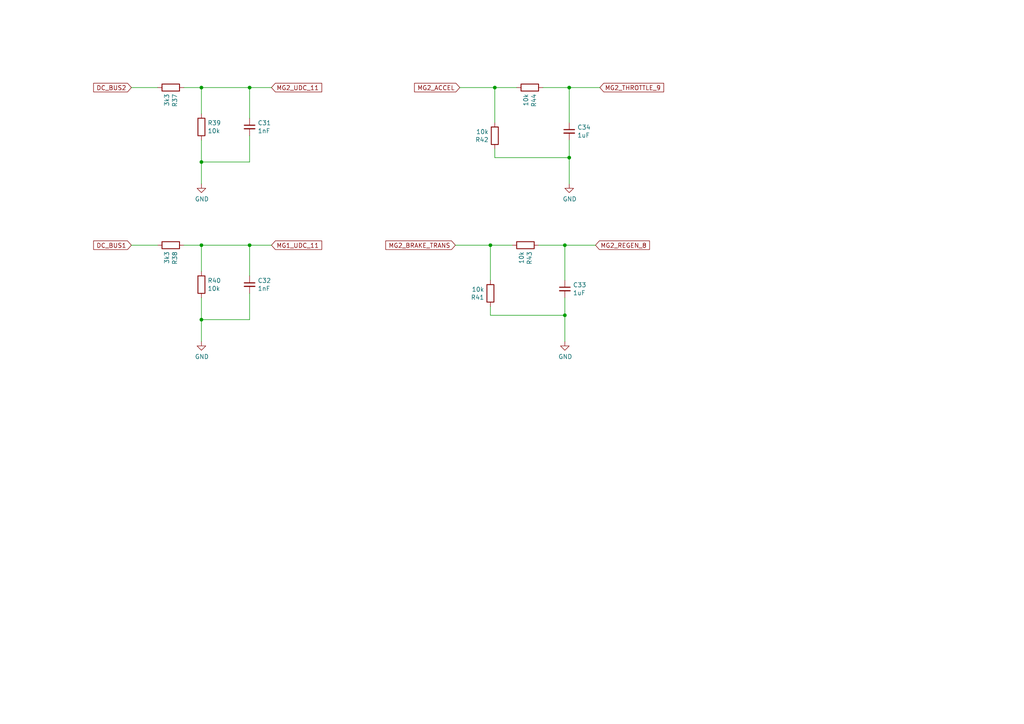
<source format=kicad_sch>
(kicad_sch (version 20211123) (generator eeschema)
  (paper "A4")
  (lib_symbols
    (symbol "auris-rescue:C_Small-Device" (pin_numbers hide) (pin_names (offset 0.254) hide)
      (property "Reference" "C" (at 0.254 1.778 0))
      (property "Value" "C_Small-Device" (at 0.254 -2.032 0))
      (symbol "C_Small-Device_0_1"
        (polyline (pts (xy -1.524 -0.508) (xy 1.524 -0.508)) (stroke (width 0.3302)))
        (polyline (pts (xy -1.524 0.508) (xy 1.524 0.508)) (stroke (width 0.3048)))
      )
      (symbol "C_Small-Device_1_1"
        (pin passive line (at 0 2.54 270) (length 2.032) (name "~") (number "1"))
        (pin passive line (at 0 -2.54 90) (length 2.032) (name "~") (number "2"))
      )
    )
    (symbol "auris-rescue:GND-power" (power) (pin_names (offset 0))
      (property "Value" "GND-power" (at 0 -3.81 0))
      (symbol "GND-power_0_1"
        (polyline (pts (xy 0 0) (xy 0 -1.27) (xy 1.27 -1.27) (xy 0 -2.54) (xy -1.27 -1.27) (xy 0 -1.27)))
      )
      (symbol "GND-power_1_1"
        (pin power_in line (at 0 0 270) (length 0) hide (name "GND") (number "1"))
      )
    )
    (symbol "auris-rescue:R-Device" (pin_numbers hide) (pin_names (offset 0))
      (property "Reference" "R" (at 2.032 0 90))
      (property "Value" "R-Device" (at 0 0 90))
      (symbol "R-Device_0_1"
        (rectangle (start -1.016 -2.54) (end 1.016 2.54) (stroke (width 0.254)))
      )
      (symbol "R-Device_1_1"
        (pin passive line (at 0 3.81 270) (length 1.27) (name "~") (number "1"))
        (pin passive line (at 0 -3.81 90) (length 1.27) (name "~") (number "2"))
      )
    )
  )
  (junction (at 58.42 92.71))
  (junction (at 72.39 71.12))
  (junction (at 142.24 71.12))
  (junction (at 143.51 25.4))
  (junction (at 163.83 71.12))
  (junction (at 58.42 46.99))
  (junction (at 58.42 25.4))
  (junction (at 163.83 91.44))
  (junction (at 165.1 45.72))
  (junction (at 72.39 25.4))
  (junction (at 58.42 71.12))
  (junction (at 165.1 25.4))
  (wire (pts (xy 163.83 91.44) (xy 163.83 86.36)))
  (wire (pts (xy 72.39 34.29) (xy 72.39 25.4)))
  (wire (pts (xy 143.51 25.4) (xy 149.86 25.4)))
  (wire (pts (xy 58.42 25.4) (xy 72.39 25.4)))
  (wire (pts (xy 58.42 78.74) (xy 58.42 71.12)))
  (wire (pts (xy 58.42 46.99) (xy 58.42 53.34)))
  (wire (pts (xy 142.24 71.12) (xy 148.59 71.12)))
  (wire (pts (xy 72.39 71.12) (xy 78.74 71.12)))
  (wire (pts (xy 173.99 25.4) (xy 165.1 25.4)))
  (wire (pts (xy 165.1 45.72) (xy 165.1 53.34)))
  (wire (pts (xy 163.83 71.12) (xy 163.83 81.28)))
  (wire (pts (xy 165.1 25.4) (xy 157.48 25.4)))
  (wire (pts (xy 165.1 25.4) (xy 165.1 35.56)))
  (wire (pts (xy 38.1 25.4) (xy 45.72 25.4)))
  (wire (pts (xy 72.39 92.71) (xy 58.42 92.71)))
  (wire (pts (xy 142.24 88.9) (xy 142.24 91.44)))
  (wire (pts (xy 58.42 92.71) (xy 58.42 99.06)))
  (wire (pts (xy 142.24 91.44) (xy 163.83 91.44)))
  (wire (pts (xy 72.39 85.09) (xy 72.39 92.71)))
  (wire (pts (xy 53.34 25.4) (xy 58.42 25.4)))
  (wire (pts (xy 132.08 71.12) (xy 142.24 71.12)))
  (wire (pts (xy 58.42 92.71) (xy 58.42 86.36)))
  (wire (pts (xy 58.42 33.02) (xy 58.42 25.4)))
  (wire (pts (xy 143.51 35.56) (xy 143.51 25.4)))
  (wire (pts (xy 143.51 43.18) (xy 143.51 45.72)))
  (wire (pts (xy 72.39 25.4) (xy 78.74 25.4)))
  (wire (pts (xy 163.83 91.44) (xy 163.83 99.06)))
  (wire (pts (xy 72.39 80.01) (xy 72.39 71.12)))
  (wire (pts (xy 58.42 46.99) (xy 58.42 40.64)))
  (wire (pts (xy 163.83 71.12) (xy 156.21 71.12)))
  (wire (pts (xy 53.34 71.12) (xy 58.42 71.12)))
  (wire (pts (xy 38.1 71.12) (xy 45.72 71.12)))
  (wire (pts (xy 133.35 25.4) (xy 143.51 25.4)))
  (wire (pts (xy 172.72 71.12) (xy 163.83 71.12)))
  (wire (pts (xy 142.24 81.28) (xy 142.24 71.12)))
  (wire (pts (xy 58.42 71.12) (xy 72.39 71.12)))
  (wire (pts (xy 72.39 39.37) (xy 72.39 46.99)))
  (wire (pts (xy 165.1 45.72) (xy 165.1 40.64)))
  (wire (pts (xy 143.51 45.72) (xy 165.1 45.72)))
  (wire (pts (xy 72.39 46.99) (xy 58.42 46.99)))
  (global_label "MG2_THROTTLE_9" (shape input) (at 173.99 25.4 0) (property "Обозначения листов" "${INTERSHEET_REFS}" (effects hide)))
  (global_label "DC_BUS1" (shape input) (at 38.1 71.12 180) (property "Обозначения листов" "${INTERSHEET_REFS}" (effects hide)))
  (global_label "MG2_UDC_11" (shape input) (at 78.74 25.4 0) (property "Обозначения листов" "${INTERSHEET_REFS}" (effects hide)))
  (global_label "MG2_REGEN_8" (shape input) (at 172.72 71.12 0) (property "Обозначения листов" "${INTERSHEET_REFS}" (effects hide)))
  (global_label "MG1_UDC_11" (shape input) (at 78.74 71.12 0) (property "Обозначения листов" "${INTERSHEET_REFS}" (effects hide)))
  (global_label "DC_BUS2" (shape input) (at 38.1 25.4 180) (property "Обозначения листов" "${INTERSHEET_REFS}" (effects hide)))
  (global_label "MG2_ACCEL" (shape input) (at 133.35 25.4 180) (property "Обозначения листов" "${INTERSHEET_REFS}" (effects hide)))
  (global_label "MG2_BRAKE_TRANS" (shape input) (at 132.08 71.12 180) (property "Обозначения листов" "${INTERSHEET_REFS}" (effects hide)))
  (symbol (lib_id "auris-rescue:R-Device") (at 58.42 36.83 0) (unit 1)
    (property "Reference" "R39" (at 60.198 35.6616 0) (effects (justify left)))
    (property "Value" "10k" (at 60.198 37.973 0) (effects (justify left)))
    (property "Footprint" "Resistor_SMD:R_0805_2012Metric" (effects hide))
  )
  (symbol (lib_id "auris-rescue:C_Small-Device") (at 72.39 36.83 0) (unit 1)
    (property "Reference" "C31" (at 74.7268 35.6616 0) (effects (justify left)))
    (property "Value" "1nF" (at 74.7268 37.973 0) (effects (justify left)))
    (property "Footprint" "Capacitor_SMD:C_0805_2012Metric" (effects hide))
  )
  (symbol (lib_id "auris-rescue:R-Device") (at 49.53 25.4 270) (unit 1)
    (property "Reference" "R37" (at 50.6984 27.178 0) (effects (justify left)))
    (property "Value" "3k3" (at 48.387 27.178 0) (effects (justify left)))
    (property "Footprint" "Resistor_SMD:R_0805_2012Metric" (effects hide))
  )
  (symbol (lib_id "auris-rescue:GND-power") (at 58.42 53.34 0) (unit 1)
    (property "Reference" "#PWR0142" (effects hide))
    (property "Value" "GND-power" (at 58.547 57.7342 0))
  )
  (symbol (lib_id "auris-rescue:R-Device") (at 58.42 82.55 0) (unit 1)
    (property "Reference" "R40" (at 60.198 81.3816 0) (effects (justify left)))
    (property "Value" "10k" (at 60.198 83.693 0) (effects (justify left)))
    (property "Footprint" "Resistor_SMD:R_0805_2012Metric" (effects hide))
  )
  (symbol (lib_id "auris-rescue:C_Small-Device") (at 72.39 82.55 0) (unit 1)
    (property "Reference" "C32" (at 74.7268 81.3816 0) (effects (justify left)))
    (property "Value" "1nF" (at 74.7268 83.693 0) (effects (justify left)))
    (property "Footprint" "Capacitor_SMD:C_0805_2012Metric" (effects hide))
  )
  (symbol (lib_id "auris-rescue:R-Device") (at 49.53 71.12 270) (unit 1)
    (property "Reference" "R38" (at 50.6984 72.898 0) (effects (justify left)))
    (property "Value" "3k3" (at 48.387 72.898 0) (effects (justify left)))
    (property "Footprint" "Resistor_SMD:R_0805_2012Metric" (effects hide))
  )
  (symbol (lib_id "auris-rescue:GND-power") (at 58.42 99.06 0) (unit 1)
    (property "Reference" "#PWR0143" (effects hide))
    (property "Value" "GND-power" (at 58.547 103.4542 0))
  )
  (symbol (lib_id "auris-rescue:R-Device") (at 153.67 25.4 270) (unit 1)
    (property "Reference" "R44" (at 154.8384 27.178 0) (effects (justify left)))
    (property "Value" "10k" (at 152.527 27.178 0) (effects (justify left)))
    (property "Footprint" "Resistor_SMD:R_0805_2012Metric" (effects hide))
  )
  (symbol (lib_id "auris-rescue:R-Device") (at 143.51 39.37 180) (unit 1)
    (property "Reference" "R42" (at 141.732 40.5384 0) (effects (justify left)))
    (property "Value" "10k" (at 141.732 38.227 0) (effects (justify left)))
    (property "Footprint" "Resistor_SMD:R_0805_2012Metric" (effects hide))
  )
  (symbol (lib_id "auris-rescue:C_Small-Device") (at 165.1 38.1 0) (unit 1)
    (property "Reference" "C34" (at 167.4368 36.9316 0) (effects (justify left)))
    (property "Value" "1uF" (at 167.4368 39.243 0) (effects (justify left)))
    (property "Footprint" "Capacitor_SMD:C_0805_2012Metric" (effects hide))
  )
  (symbol (lib_id "auris-rescue:GND-power") (at 165.1 53.34 0) (unit 1)
    (property "Reference" "#PWR0144" (effects hide))
    (property "Value" "GND-power" (at 165.227 57.7342 0))
  )
  (symbol (lib_id "auris-rescue:R-Device") (at 152.4 71.12 270) (unit 1)
    (property "Reference" "R43" (at 153.5684 72.898 0) (effects (justify left)))
    (property "Value" "10k" (at 151.257 72.898 0) (effects (justify left)))
    (property "Footprint" "Resistor_SMD:R_0805_2012Metric" (effects hide))
  )
  (symbol (lib_id "auris-rescue:R-Device") (at 142.24 85.09 180) (unit 1)
    (property "Reference" "R41" (at 140.462 86.2584 0) (effects (justify left)))
    (property "Value" "10k" (at 140.462 83.947 0) (effects (justify left)))
    (property "Footprint" "Resistor_SMD:R_0805_2012Metric" (effects hide))
  )
  (symbol (lib_id "auris-rescue:C_Small-Device") (at 163.83 83.82 0) (unit 1)
    (property "Reference" "C33" (at 166.1668 82.6516 0) (effects (justify left)))
    (property "Value" "1uF" (at 166.1668 84.963 0) (effects (justify left)))
    (property "Footprint" "Capacitor_SMD:C_0805_2012Metric" (effects hide))
  )
  (symbol (lib_id "auris-rescue:GND-power") (at 163.83 99.06 0) (unit 1)
    (property "Reference" "#PWR0145" (effects hide))
    (property "Value" "GND-power" (at 163.957 103.4542 0))
  )
)
</source>
